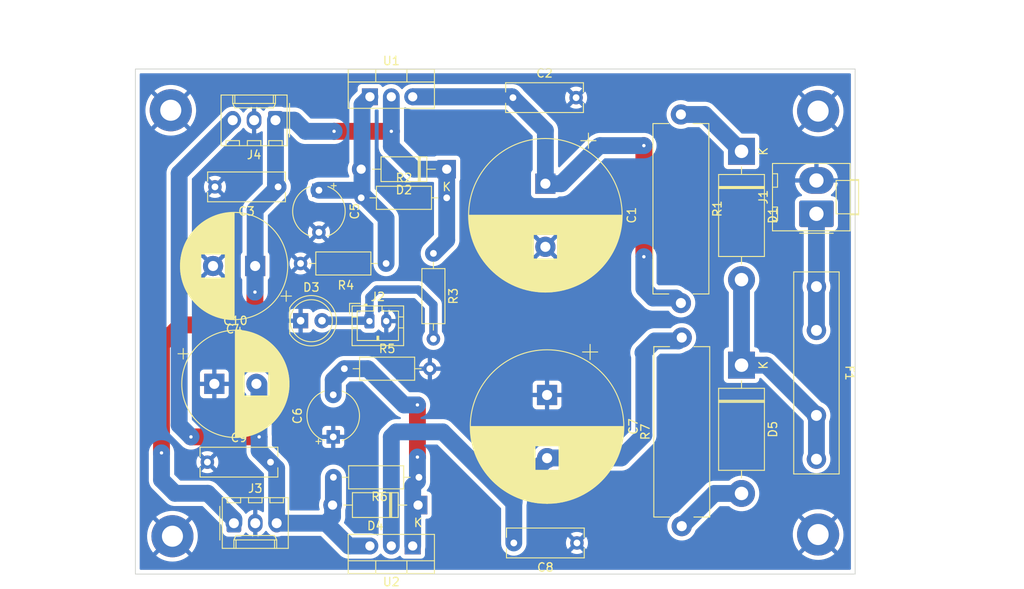
<source format=kicad_pcb>
(kicad_pcb (version 20211014) (generator pcbnew)
  (layers (0 "F.Cu" signal) (31 "B.Cu" signal) (36 "B.SilkS" user "B.Silkscreen") (37 "F.SilkS" user "F.Silkscreen") (38 "B.Mask" user) (39 "F.Mask" user) (44 "Edge.Cuts" user))
  (net 0 "")
  (net 1 "Net-(C1-Pad1)")
  (net 2 "GND")
  (net 3 "Net-(C3-Pad1)")
  (net 4 "Net-(C5-Pad1)")
  (net 5 "Net-(C6-Pad2)")
  (net 6 "Net-(C7-Pad2)")
  (net 7 "Net-(C10-Pad2)")
  (net 8 "Net-(D1-Pad1)")
  (net 9 "Net-(D1-Pad2)")
  (net 10 "Net-(D3-Pad2)")
  (net 11 "Net-(D5-Pad2)")
  (net 12 "Net-(F1-Pad1)")
  (footprint "Capacitor_THT:CP_Radial_D18.0mm_P7.50mm" (layer "F.Cu") (at 128 98.72222 -90)
    (fp_text reference "C7" (at 3.75 -10.25 90) (layer "F.SilkS"))
    (fp_text value "10000u")
    (pad "1" thru_hole rect (at 0 0 270) (size 2.4 2.4) (drill 1.2) (layers *.Cu *.Mask) (net 2 "GND"))
    (pad "2" thru_hole circle (at 7.5 0 270) (size 2.4 2.4) (drill 1.2) (layers *.Cu *.Mask) (net 6 "Net-(C7-Pad2)"))
  )
  (footprint "Resistor_THT:R_Axial_DIN0207_L6.3mm_D2.5mm_P10.16mm_Horizontal" (layer "F.Cu") (at 98.72 83.1)
    (fp_text reference "R4" (at 5.38 2.6) (layer "F.SilkS"))
    (fp_text value "1k8")
    (pad "1" thru_hole circle (at 0 0) (size 1.6 1.6) (drill 0.8) (layers *.Cu *.Mask) (net 2 "GND"))
    (pad "2" thru_hole oval (at 10.16 0) (size 1.6 1.6) (drill 0.8) (layers *.Cu *.Mask) (net 4 "Net-(C5-Pad1)"))
  )
  (footprint "Capacitor_THT:C_Rect_L9.0mm_W3.3mm_P7.50mm_MKT" (layer "F.Cu") (at 96.05 74 180)
    (fp_text reference "C3" (at 3.75 -2.9) (layer "F.SilkS"))
    (fp_text value "100n")
    (pad "1" thru_hole circle (at 0 0 180) (size 1.6 1.6) (drill 0.8) (layers *.Cu *.Mask) (net 3 "Net-(C3-Pad1)"))
    (pad "2" thru_hole circle (at 7.5 0 180) (size 1.6 1.6) (drill 0.8) (layers *.Cu *.Mask) (net 2 "GND"))
  )
  (footprint "Fuse:Fuseholder_Littelfuse_445_030_series_5x20mm" (layer "F.Cu") (at 160 85.85 -90)
    (fp_text reference "F1" (at 10.25 -3.95 -90 unlocked) (layer "F.SilkS"))
    (fp_text value "3A")
    (pad "1" thru_hole circle (at 0 0 270) (size 2.3 2.3) (drill 1.3) (layers *.Cu *.Mask) (net 12 "Net-(F1-Pad1)"))
    (pad "1" thru_hole circle (at 5.2 0 270) (size 2.3 2.3) (drill 1.3) (layers *.Cu *.Mask) (net 12 "Net-(F1-Pad1)"))
    (pad "2" thru_hole circle (at 15.3 0 270) (size 2.3 2.3) (drill 1.3) (layers *.Cu *.Mask) (net 9 "Net-(D1-Pad2)"))
    (pad "2" thru_hole circle (at 20.5 0 270) (size 2.3 2.3) (drill 1.3) (layers *.Cu *.Mask) (net 9 "Net-(D1-Pad2)"))
  )
  (footprint "Capacitor_THT:CP_Radial_Tantal_D6.0mm_P5.00mm" (layer "F.Cu") (at 100.9 74.4 -90)
    (fp_text reference "C5" (at 2.5 -4.25 90) (layer "F.SilkS"))
    (fp_text value "22u")
    (pad "1" thru_hole rect (at 0 0 270) (size 1.6 1.6) (drill 0.8) (layers *.Cu *.Mask) (net 4 "Net-(C5-Pad1)"))
    (pad "2" thru_hole circle (at 5 0 270) (size 1.6 1.6) (drill 0.8) (layers *.Cu *.Mask) (net 2 "GND"))
  )
  (footprint "Resistor_THT:R_Axial_DIN0207_L6.3mm_D2.5mm_P10.16mm_Horizontal" (layer "F.Cu") (at 102.62 108.5)
    (fp_text reference "R6" (at 5.48 2.3) (layer "F.SilkS"))
    (fp_text value "220")
    (pad "1" thru_hole circle (at 0 0) (size 1.6 1.6) (drill 0.8) (layers *.Cu *.Mask) (net 7 "Net-(C10-Pad2)"))
    (pad "2" thru_hole oval (at 10.16 0) (size 1.6 1.6) (drill 0.8) (layers *.Cu *.Mask) (net 5 "Net-(C6-Pad2)"))
  )
  (footprint "Resistor_THT:R_Axial_DIN0207_L6.3mm_D2.5mm_P10.16mm_Horizontal" (layer "F.Cu") (at 105.92 75.3)
    (fp_text reference "R2" (at 5.08 -2.37) (layer "F.SilkS"))
    (fp_text value "220")
    (pad "1" thru_hole circle (at 0 0) (size 1.6 1.6) (drill 0.8) (layers *.Cu *.Mask) (net 4 "Net-(C5-Pad1)"))
    (pad "2" thru_hole oval (at 10.16 0) (size 1.6 1.6) (drill 0.8) (layers *.Cu *.Mask) (net 3 "Net-(C3-Pad1)"))
  )
  (footprint "Capacitor_THT:CP_Radial_D12.5mm_P5.00mm" (layer "F.Cu") (at 93.323959 83.4 180)
    (fp_text reference "C4" (at 2.5 -7.5) (layer "F.SilkS"))
    (fp_text value "470u")
    (pad "1" thru_hole rect (at 0 0 180) (size 2.4 2.4) (drill 1.2) (layers *.Cu *.Mask) (net 3 "Net-(C3-Pad1)"))
    (pad "2" thru_hole circle (at 5 0 180) (size 2.4 2.4) (drill 1.2) (layers *.Cu *.Mask) (net 2 "GND"))
  )
  (footprint "Resistor_THT:R_Axial_Power_L20.0mm_W6.4mm_P22.40mm" (layer "F.Cu") (at 144 114.3 90)
    (fp_text reference "R7" (at 11.2 -4.32 90) (layer "F.SilkS"))
    (fp_text value "0.47 2W")
    (pad "1" thru_hole circle (at 0 0 90) (size 2.4 2.4) (drill 1.2) (layers *.Cu *.Mask) (net 11 "Net-(D5-Pad2)"))
    (pad "2" thru_hole oval (at 22.4 0 90) (size 2.4 2.4) (drill 1.2) (layers *.Cu *.Mask) (net 6 "Net-(C7-Pad2)"))
  )
  (footprint "Capacitor_THT:C_Rect_L9.0mm_W3.3mm_P7.50mm_MKT" (layer "F.Cu") (at 131.55 116.3 180)
    (fp_text reference "C8" (at 3.75 -2.9) (layer "F.SilkS"))
    (fp_text value "100n")
    (pad "1" thru_hole circle (at 0 0 180) (size 1.6 1.6) (drill 0.8) (layers *.Cu *.Mask) (net 2 "GND"))
    (pad "2" thru_hole circle (at 7.5 0 180) (size 1.6 1.6) (drill 0.8) (layers *.Cu *.Mask) (net 6 "Net-(C7-Pad2)"))
  )
  (footprint "MountingHole:MountingHole_2.5mm_Pad" (layer "F.Cu") (at 83.5 115.5)
    (fp_text reference "REF**" hide)
    (fp_text value "MountingHole_2.5mm_Pad")
    (pad "1" thru_hole circle (at 0 0) (size 5 5) (drill 2.5) (layers *.Cu *.Mask) (net 2 "GND"))
  )
  (footprint "Capacitor_THT:CP_Radial_Tantal_D6.0mm_P5.00mm" (layer "F.Cu") (at 102.6 103.7 90)
    (fp_text reference "C6" (at 2.5 -4.25 90) (layer "F.SilkS"))
    (fp_text value "22u")
    (pad "1" thru_hole rect (at 0 0 90) (size 1.6 1.6) (drill 0.8) (layers *.Cu *.Mask) (net 2 "GND"))
    (pad "2" thru_hole circle (at 5 0 90) (size 1.6 1.6) (drill 0.8) (layers *.Cu *.Mask) (net 5 "Net-(C6-Pad2)"))
  )
  (footprint "Resistor_THT:R_Axial_DIN0207_L6.3mm_D2.5mm_P10.16mm_Horizontal" (layer "F.Cu") (at 103.92 95.6)
    (fp_text reference "R5" (at 5.08 -2.37) (layer "F.SilkS"))
    (fp_text value "1k8")
    (pad "1" thru_hole circle (at 0 0) (size 1.6 1.6) (drill 0.8) (layers *.Cu *.Mask) (net 5 "Net-(C6-Pad2)"))
    (pad "2" thru_hole oval (at 10.16 0) (size 1.6 1.6) (drill 0.8) (layers *.Cu *.Mask) (net 2 "GND"))
  )
  (footprint "Resistor_THT:R_Axial_DIN0207_L6.3mm_D2.5mm_P10.16mm_Horizontal" (layer "F.Cu") (at 114.5 81.9 -90)
    (fp_text reference "R3" (at 5.08 -2.37 90) (layer "F.SilkS"))
    (fp_text value "2k2")
    (pad "1" thru_hole circle (at 0 0 270) (size 1.6 1.6) (drill 0.8) (layers *.Cu *.Mask) (net 3 "Net-(C3-Pad1)"))
    (pad "2" thru_hole oval (at 10.16 0 270) (size 1.6 1.6) (drill 0.8) (layers *.Cu *.Mask) (net 10 "Net-(D3-Pad2)"))
  )
  (footprint "Connector_Molex:Molex_KK-396_A-41791-0002_1x02_P3.96mm_Vertical" (layer "F.Cu") (at 160 77.2 90)
    (fp_text reference "J1" (at 1.98 -6.31 90) (layer "F.SilkS"))
    (fp_text value "Conn_01x02_Female")
    (pad "1" thru_hole roundrect (at 0 0 90) (size 3.16 4.1) (drill 1.7) (layers *.Cu *.Mask) (roundrect_rratio 0.079114) (net 12 "Net-(F1-Pad1)"))
    (pad "2" thru_hole oval (at 3.96 0 90) (size 3.16 4.1) (drill 1.7) (layers *.Cu *.Mask) (net 2 "GND"))
  )
  (footprint "Resistor_THT:R_Axial_Power_L20.0mm_W6.4mm_P22.40mm" (layer "F.Cu") (at 143.9 65.4 -90)
    (fp_text reference "R1" (at 11.2 -4.32 90) (layer "F.SilkS"))
    (fp_text value "0.47 2W")
    (pad "1" thru_hole circle (at 0 0 270) (size 2.4 2.4) (drill 1.2) (layers *.Cu *.Mask) (net 8 "Net-(D1-Pad1)"))
    (pad "2" thru_hole oval (at 22.4 0 270) (size 2.4 2.4) (drill 1.2) (layers *.Cu *.Mask) (net 1 "Net-(C1-Pad1)"))
  )
  (footprint "Connector_Molex:Molex_KK-254_AE-6410-03A_1x03_P2.54mm_Vertical" (layer "F.Cu") (at 90.8 113.95)
    (fp_text reference "J3" (at 2.54 -4.12) (layer "F.SilkS"))
    (fp_text value "Conn_01x03_Female")
    (pad "1" thru_hole roundrect (at 0 0) (size 1.74 2.19) (drill 1.19) (layers *.Cu *.Mask) (roundrect_rratio 0.1436781609) (net 3 "Net-(C3-Pad1)"))
    (pad "2" thru_hole oval (at 2.54 0) (size 1.74 2.19) (drill 1.19) (layers *.Cu *.Mask) (net 2 "GND"))
    (pad "3" thru_hole oval (at 5.08 0) (size 1.74 2.19) (drill 1.19) (layers *.Cu *.Mask) (net 7 "Net-(C10-Pad2)"))
  )
  (footprint "Diode_THT:D_DO-41_SOD81_P10.16mm_Horizontal" (layer "F.Cu") (at 112.68 111.8 180)
    (fp_text reference "D4" (at 5.08 -2.47) (layer "F.SilkS"))
    (fp_text value "1N4007")
    (fp_text user "K" (at 0 -2.1) (layer "F.SilkS"))
    (pad "1" thru_hole rect (at 0 0 180) (size 2.2 2.2) (drill 1.1) (layers *.Cu *.Mask) (net 5 "Net-(C6-Pad2)"))
    (pad "2" thru_hole oval (at 10.16 0 180) (size 2.2 2.2) (drill 1.1) (layers *.Cu *.Mask) (net 7 "Net-(C10-Pad2)"))
  )
  (footprint "Capacitor_THT:CP_Radial_D18.0mm_P7.50mm" (layer "F.Cu") (at 127.8 73.62222 -90)
    (fp_text reference "C1" (at 3.75 -10.25 90) (layer "F.SilkS"))
    (fp_text value "10000u")
    (pad "1" thru_hole rect (at 0 0 270) (size 2.4 2.4) (drill 1.2) (layers *.Cu *.Mask) (net 1 "Net-(C1-Pad1)"))
    (pad "2" thru_hole circle (at 7.5 0 270) (size 2.4 2.4) (drill 1.2) (layers *.Cu *.Mask) (net 2 "GND"))
  )
  (footprint "Diode_THT:D_DO-201AD_P15.24mm_Horizontal" (layer "F.Cu") (at 151.1 95.18 -90)
    (fp_text reference "D5" (at 7.62 -3.72 90) (layer "F.SilkS"))
    (fp_text value "1N5408")
    (fp_text user "K" (at 0 -2.6 90) (layer "F.SilkS"))
    (pad "1" thru_hole rect (at 0 0 270) (size 3.2 3.2) (drill 1.6) (layers *.Cu *.Mask) (net 9 "Net-(D1-Pad2)"))
    (pad "2" thru_hole oval (at 15.24 0 270) (size 3.2 3.2) (drill 1.6) (layers *.Cu *.Mask) (net 11 "Net-(D5-Pad2)"))
  )
  (footprint "Diode_THT:D_DO-41_SOD81_P10.16mm_Horizontal" (layer "F.Cu") (at 116.08 71.9 180)
    (fp_text reference "D2" (at 5.08 -2.47) (layer "F.SilkS"))
    (fp_text value "1N4007")
    (fp_text user "K" (at 0 -2.1) (layer "F.SilkS"))
    (pad "1" thru_hole rect (at 0 0 180) (size 2.2 2.2) (drill 1.1) (layers *.Cu *.Mask) (net 3 "Net-(C3-Pad1)"))
    (pad "2" thru_hole oval (at 10.16 0 180) (size 2.2 2.2) (drill 1.1) (layers *.Cu *.Mask) (net 4 "Net-(C5-Pad1)"))
  )
  (footprint "Diode_THT:D_DO-201AD_P15.24mm_Horizontal" (layer "F.Cu") (at 151.1 69.78 -90)
    (fp_text reference "D1" (at 7.62 -3.72 90) (layer "F.SilkS"))
    (fp_text value "1N5408")
    (fp_text user "K" (at 0 -2.6 90) (layer "F.SilkS"))
    (pad "1" thru_hole rect (at 0 0 270) (size 3.2 3.2) (drill 1.6) (layers *.Cu *.Mask) (net 8 "Net-(D1-Pad1)"))
    (pad "2" thru_hole oval (at 15.24 0 270) (size 3.2 3.2) (drill 1.6) (layers *.Cu *.Mask) (net 9 "Net-(D1-Pad2)"))
  )
  (footprint "LED_THT:LED_D5.0mm" (layer "F.Cu") (at 98.725 89.9)
    (fp_text reference "D3" (at 1.27 -3.96) (layer "F.SilkS"))
    (fp_text value "Green")
    (pad "1" thru_hole rect (at 0 0) (size 1.8 1.8) (drill 0.9) (layers *.Cu *.Mask) (net 2 "GND"))
    (pad "2" thru_hole circle (at 2.54 0) (size 1.8 1.8) (drill 0.9) (layers *.Cu *.Mask) (net 10 "Net-(D3-Pad2)"))
  )
  (footprint "Capacitor_THT:CP_Radial_D12.5mm_P5.00mm" (layer "F.Cu") (at 88.476041 97.4)
    (fp_text reference "C10" (at 2.5 -7.5) (layer "F.SilkS"))
    (fp_text value "470u")
    (pad "1" thru_hole rect (at 0 0) (size 2.4 2.4) (drill 1.2) (layers *.Cu *.Mask) (net 2 "GND"))
    (pad "2" thru_hole circle (at 5 0) (size 2.4 2.4) (drill 1.2) (layers *.Cu *.Mask) (net 7 "Net-(C10-Pad2)"))
  )
  (footprint "Capacitor_THT:C_Rect_L9.0mm_W3.3mm_P7.50mm_MKT" (layer "F.Cu") (at 87.65 106.7)
    (fp_text reference "C9" (at 3.75 -2.9) (layer "F.SilkS"))
    (fp_text value "100n")
    (pad "1" thru_hole circle (at 0 0) (size 1.6 1.6) (drill 0.8) (layers *.Cu *.Mask) (net 2 "GND"))
    (pad "2" thru_hole circle (at 7.5 0) (size 1.6 1.6) (drill 0.8) (layers *.Cu *.Mask) (net 7 "Net-(C10-Pad2)"))
  )
  (footprint "MountingHole:MountingHole_2.5mm_Pad" (layer "F.Cu") (at 83.3 64.9)
    (fp_text reference "REF**" hide)
    (fp_text value "MountingHole_2.5mm_Pad")
    (pad "1" thru_hole circle (at 0 0) (size 5 5) (drill 2.5) (layers *.Cu *.Mask) (net 2 "GND"))
  )
  (footprint "Capacitor_THT:C_Rect_L9.0mm_W3.3mm_P7.50mm_MKT" (layer "F.Cu") (at 123.95 63.4)
    (fp_text reference "C2" (at 3.75 -2.9) (layer "F.SilkS"))
    (fp_text value "100n")
    (pad "1" thru_hole circle (at 0 0) (size 1.6 1.6) (drill 0.8) (layers *.Cu *.Mask) (net 1 "Net-(C1-Pad1)"))
    (pad "2" thru_hole circle (at 7.5 0) (size 1.6 1.6) (drill 0.8) (layers *.Cu *.Mask) (net 2 "GND"))
  )
  (footprint "Connector_JST:JST_PH_B2B-PH-K_1x02_P2.00mm_Vertical" (layer "F.Cu") (at 106.9 89.95)
    (fp_text reference "J2" (at 1 -2.9) (layer "F.SilkS"))
    (fp_text value "Conn_01x02_Female")
    (pad "1" thru_hole roundrect (at 0 0) (size 1.2 1.75) (drill 0.75) (layers *.Cu *.Mask) (roundrect_rratio 0.2083333333) (net 10 "Net-(D3-Pad2)"))
    (pad "2" thru_hole oval (at 2 0) (size 1.2 1.75) (drill 0.75) (layers *.Cu *.Mask) (net 2 "GND"))
  )
  (footprint "Package_TO_SOT_THT:TO-220-3_Vertical" (layer "F.Cu") (at 106.96 63.3)
    (fp_text reference "U1" (at 2.54 -4.27) (layer "F.SilkS"))
    (fp_text value "LM317_TO-220")
    (pad "1" thru_hole rect (at 0 0) (size 1.905 2) (drill 1.1) (layers *.Cu *.Mask) (net 4 "Net-(C5-Pad1)"))
    (pad "2" thru_hole oval (at 2.54 0) (size 1.905 2) (drill 1.1) (layers *.Cu *.Mask) (net 3 "Net-(C3-Pad1)"))
    (pad "3" thru_hole oval (at 5.08 0) (size 1.905 2) (drill 1.1) (layers *.Cu *.Mask) (net 1 "Net-(C1-Pad1)"))
  )
  (footprint "MountingHole:MountingHole_2.5mm_Pad" (layer "F.Cu") (at 160.2 65)
    (fp_text reference "REF**" hide)
    (fp_text value "MountingHole_2.5mm_Pad")
    (pad "1" thru_hole circle (at 0 0) (size 5 5) (drill 2.5) (layers *.Cu *.Mask) (net 2 "GND"))
  )
  (footprint "Connector_Molex:Molex_KK-254_AE-6410-03A_1x03_P2.54mm_Vertical" (layer "F.Cu") (at 95.74 66.08 180)
    (fp_text reference "J4" (at 2.54 -4.12) (layer "F.SilkS"))
    (fp_text value "Conn_01x03_Female")
    (pad "1" thru_hole roundrect (at 0 0 180) (size 1.74 2.19) (drill 1.19) (layers *.Cu *.Mask) (roundrect_rratio 0.1436781609) (net 3 "Net-(C3-Pad1)"))
    (pad "2" thru_hole oval (at 2.54 0 180) (size 1.74 2.19) (drill 1.19) (layers *.Cu *.Mask) (net 2 "GND"))
    (pad "3" thru_hole oval (at 5.08 0 180) (size 1.74 2.19) (drill 1.19) (layers *.Cu *.Mask) (net 7 "Net-(C10-Pad2)"))
  )
  (footprint "Package_TO_SOT_THT:TO-220-3_Vertical" (layer "F.Cu") (at 112.04 116.655 180)
    (fp_text reference "U2" (at 2.54 -4.27) (layer "F.SilkS"))
    (fp_text value "LM337_TO220")
    (pad "1" thru_hole rect (at 0 0 180) (size 1.905 2) (drill 1.1) (layers *.Cu *.Mask) (net 5 "Net-(C6-Pad2)"))
    (pad "2" thru_hole oval (at 2.54 0 180) (size 1.905 2) (drill 1.1) (layers *.Cu *.Mask) (net 6 "Net-(C7-Pad2)"))
    (pad "3" thru_hole oval (at 5.08 0 180) (size 1.905 2) (drill 1.1) (layers *.Cu *.Mask) (net 7 "Net-(C10-Pad2)"))
  )
  (footprint "MountingHole:MountingHole_2.5mm_Pad" (layer "F.Cu") (at 160.2 115.3)
    (fp_text reference "REF**" hide)
    (fp_text value "MountingHole_2.5mm_Pad")
    (pad "1" thru_hole circle (at 0 0) (size 5 5) (drill 2.5) (layers *.Cu *.Mask) (net 2 "GND"))
  )
  (gr_rect (start 79.1 60) (end 164.6 120) (layer "Edge.Cuts") (width 0.1) (fill none))
  (segment (start 139.5 82.3) (end 139.5 69.1) (width 2) (layer "F.Cu") (net 1))
  (via (at 139.5 69.1) (size 2) (drill 0.4) (layers "F.Cu" "B.Cu") (net 1))
  (via (at 139.5 82.3) (size 2) (drill 0.4) (layers "F.Cu" "B.Cu") (net 1))
  (segment (start 123.85 63.3) (end 123.95 63.4) (width 2) (layer "B.Cu") (net 1))
  (segment (start 127.8 67.3) (end 123.8 63.3) (width 2) (layer "B.Cu") (net 1))
  (segment (start 123.8 63.3) (end 112.04 63.3) (width 2) (layer "B.Cu") (net 1))
  (segment (start 127.8 73.62222) (end 127.8 67.3) (width 2) (layer "B.Cu") (net 1))
  (segment (start 139.5 69.1) (end 134.3 69.1) (width 2) (layer "B.Cu") (net 1))
  (segment (start 134.1 69.2) (end 129.67778 73.62222) (width 2) (layer "B.Cu") (net 1))
  (segment (start 134.2 69.2) (end 134.1 69.2) (width 2) (layer "B.Cu") (net 1))
  (segment (start 112.04 63.3) (end 123.85 63.3) (width 2) (layer "B.Cu") (net 1))
  (segment (start 129.67778 73.62222) (end 127.8 73.62222) (width 2) (layer "B.Cu") (net 1))
  (segment (start 143.9 87.8) (end 143.3 87.2) (width 2) (layer "B.Cu") (net 1))
  (segment (start 140.6 87.2) (end 139.5 86.1) (width 2) (layer "B.Cu") (net 1))
  (segment (start 134.3 69.1) (end 134.2 69.2) (width 2) (layer "B.Cu") (net 1))
  (segment (start 139.5 82.3) (end 139.5 86) (width 2) (layer "B.Cu") (net 1))
  (segment (start 143.3 87.2) (end 140.6 87.2) (width 2) (layer "B.Cu") (net 1))
  (segment (start 84.5 90.4) (end 91.9 90.4) (width 2) (layer "F.Cu") (net 3))
  (segment (start 82.2 92.7) (end 84.5 90.4) (width 2) (layer "F.Cu") (net 3))
  (segment (start 91.9 90.4) (end 93.3 89) (width 2) (layer "F.Cu") (net 3))
  (segment (start 82.2 105.6) (end 82.2 92.7) (width 2) (layer "F.Cu") (net 3))
  (segment (start 93.3 89) (end 93.3 86.5) (width 2) (layer "F.Cu") (net 3))
  (segment (start 102.7 67.4) (end 109.5 67.4) (width 2) (layer "F.Cu") (net 3))
  (via (at 102.7 67.4) (size 2) (drill 0.4) (layers "F.Cu" "B.Cu") (net 3))
  (via (at 93.3 86.5) (size 2) (drill 0.4) (layers "F.Cu" "B.Cu") (net 3))
  (via (at 109.5 67.4) (size 2) (drill 0.4) (layers "F.Cu" "B.Cu") (net 3))
  (via (at 82.2 105.6) (size 2) (drill 0.4) (layers "F.Cu" "B.Cu") (net 3))
  (segment (start 109.5 67.4) (end 109.5 63.3) (width 2) (layer "B.Cu") (net 3))
  (segment (start 83.8 110.4) (end 87.7 110.4) (width 2) (layer "B.Cu") (net 3))
  (segment (start 109.5 69.2) (end 112.2 71.9) (width 2) (layer "B.Cu") (net 3))
  (segment (start 93.3 83.423959) (end 93.323959 83.4) (width 2) (layer "B.Cu") (net 3))
  (segment (start 93.323959 86.476041) (end 93.323959 76.726041) (width 2) (layer "B.Cu") (net 3))
  (segment (start 93.3 86.5) (end 93.323959 86.476041) (width 2) (layer "B.Cu") (net 3))
  (segment (start 102.7 67.4) (end 99.3 67.4) (width 2) (layer "B.Cu") (net 3))
  (segment (start 116.08 80.32) (end 114.5 81.9) (width 2) (layer "B.Cu") (net 3))
  (segment (start 87.7 110.4) (end 90.8 113.5) (width 2) (layer "B.Cu") (net 3))
  (segment (start 95.74 73.69) (end 96.05 74) (width 2) (layer "B.Cu") (net 3))
  (segment (start 99.3 67.4) (end 97.98 66.08) (width 2) (layer "B.Cu") (net 3))
  (segment (start 82.2 105.6) (end 82.2 108.8) (width 2) (layer "B.Cu") (net 3))
  (segment (start 109.5 67.4) (end 109.5 69.2) (width 2) (layer "B.Cu") (net 3))
  (segment (start 93.3 86.5) (end 93.3 83.423959) (width 2) (layer "B.Cu") (net 3))
  (segment (start 95.74 66.08) (end 95.74 73.69) (width 2) (layer "B.Cu") (net 3))
  (segment (start 93.323959 76.726041) (end 96.05 74) (width 2) (layer "B.Cu") (net 3))
  (segment (start 112.2 71.9) (end 116.08 71.9) (width 2) (layer "B.Cu") (net 3))
  (segment (start 116.08 71.9) (end 116.08 80.32) (width 2) (layer "B.Cu") (net 3))
  (segment (start 97.98 66.08) (end 95.74 66.08) (width 2) (layer "B.Cu") (net 3))
  (segment (start 82.2 108.8) (end 83.8 110.4) (width 2) (layer "B.Cu") (net 3))
  (segment (start 90.8 113.5) (end 90.8 113.95) (width 2) (layer "B.Cu") (net 3))
  (segment (start 106.02 64.24) (end 106.96 63.3) (width 2) (layer "B.Cu") (net 4))
  (segment (start 100.9 74.4) (end 105.54 74.4) (width 2) (layer "B.Cu") (net 4))
  (segment (start 108.88 83.1) (end 108.88 77.74) (width 2) (layer "B.Cu") (net 4))
  (segment (start 105.54 74.4) (end 106.02 74.88) (width 2) (layer "B.Cu") (net 4))
  (segment (start 106.02 74.88) (end 106.02 64.24) (width 2) (layer "B.Cu") (net 4))
  (segment (start 108.88 77.74) (end 106.02 74.88) (width 2) (layer "B.Cu") (net 4))
  (segment (start 112.6 99.9) (end 112.6 106.1) (width 2) (layer "F.Cu") (net 5))
  (via (at 112.6 106.1) (size 2) (drill 0.4) (layers "F.Cu" "B.Cu") (net 5))
  (via (at 112.6 99.9) (size 2) (drill 0.4) (layers "F.Cu" "B.Cu") (net 5))
  (segment (start 112.6 106.1) (end 112.6 108.98) (width 2) (layer "B.Cu") (net 5))
  (segment (start 112.6 108.98) (end 112.04 109.54) (width 2) (layer "B.Cu") (net 5))
  (segment (start 112.04 109.54) (end 112.04 116.655) (width 2) (layer "B.Cu") (net 5))
  (segment (start 106.7 95.6) (end 103.92 95.6) (width 2) (layer "B.Cu") (net 5))
  (segment (start 102.6 96.92) (end 102.6 98.7) (width 2) (layer "B.Cu") (net 5))
  (segment (start 112.6 99.9) (end 111 99.9) (width 2) (layer "B.Cu") (net 5))
  (segment (start 111 99.9) (end 106.7 95.6) (width 2) (layer "B.Cu") (net 5))
  (segment (start 103.92 95.6) (end 102.6 96.92) (width 2) (layer "B.Cu") (net 5))
  (segment (start 124.1 111.4) (end 124.1 110.2) (width 2) (layer "B.Cu") (net 6))
  (segment (start 109.5 103.7) (end 110.1 103.1) (width 2) (layer "B.Cu") (net 6))
  (segment (start 124.05 116.3) (end 124.05 111.55) (width 2) (layer "B.Cu") (net 6))
  (segment (start 143.6 92.3) (end 144 91.9) (width 2) (layer "B.Cu") (net 6))
  (segment (start 139.5 93.8) (end 139.4 93.7) (width 2) (layer "B.Cu") (net 6))
  (segment (start 124.05 111.55) (end 115.6 103.1) (width 2) (layer "B.Cu") (net 6))
  (segment (start 109.5 116.655) (end 109.5 103.7) (width 2) (layer "B.Cu") (net 6))
  (segment (start 136.8 106.2) (end 136.9 106.1) (width 2) (layer "B.Cu") (net 6))
  (segment (start 110.1 103.1) (end 115.1 103.1) (width 2) (layer "B.Cu") (net 6))
  (segment (start 139.4 93.7) (end 140.8 92.3) (width 2) (layer "B.Cu") (net 6))
  (segment (start 115.6 103.1) (end 115.2 103.1) (width 2) (layer "B.Cu") (net 6))
  (segment (start 139.5 103.5) (end 139.5 93.8) (width 2) (layer "B.Cu") (net 6))
  (segment (start 124.1 110.2) (end 128.1 106.2) (width 2) (layer "B.Cu") (net 6))
  (segment (start 140.8 92.3) (end 143.6 92.3) (width 2) (layer "B.Cu") (net 6))
  (segment (start 136.7 106.1) (end 136.9 106.1) (width 2) (layer "B.Cu") (net 6))
  (segment (start 128.1 106.2) (end 136.8 106.2) (width 2) (layer "B.Cu") (net 6))
  (segment (start 136.9 106.1) (end 139.5 103.5) (width 2) (layer "B.Cu") (net 6))
  (segment (start 85.7 103.7) (end 93.8 103.7) (width 2) (layer "F.Cu") (net 7))
  (via (at 85.7 103.7) (size 2) (drill 0.4) (layers "F.Cu" "B.Cu") (net 7))
  (via (at 93.8 103.7) (size 2) (drill 0.4) (layers "F.Cu" "B.Cu") (net 7))
  (segment (start 93.8 105.35) (end 95.15 106.7) (width 2) (layer "B.Cu") (net 7))
  (segment (start 102.52 111.8) (end 102.52 113.18) (width 2) (layer "B.Cu") (net 7))
  (segment (start 84.3 102.3) (end 84.3 72.4) (width 2) (layer "B.Cu") (net 7))
  (segment (start 104.455 116.655) (end 106.96 116.655) (width 2) (layer "B.Cu") (net 7))
  (segment (start 95.88 113.95) (end 101.75 113.95) (width 2) (layer "B.Cu") (net 7))
  (segment (start 84.3 72.4) (end 90.62 66.08) (width 2) (layer "B.Cu") (net 7))
  (segment (start 102.62 111.7) (end 102.52 111.8) (width 2) (layer "B.Cu") (net 7))
  (segment (start 93.8 103.7) (end 93.8 105.35) (width 2) (layer "B.Cu") (net 7))
  (segment (start 85.7 103.7) (end 84.3 102.3) (width 2) (layer "B.Cu") (net 7))
  (segment (start 101.75 113.95) (end 104.455 116.655) (width 2) (layer "B.Cu") (net 7))
  (segment (start 95.88 107.43) (end 95.15 106.7) (width 2) (layer "B.Cu") (net 7))
  (segment (start 102.52 113.18) (end 101.75 113.95) (width 2) (layer "B.Cu") (net 7))
  (segment (start 93.8 103.7) (end 93.776041 103.676041) (width 2) (layer "B.Cu") (net 7))
  (segment (start 95.88 113.95) (end 95.88 107.43) (width 2) (layer "B.Cu") (net 7))
  (segment (start 93.776041 103.676041) (end 93.776041 97.4) (width 2) (layer "B.Cu") (net 7))
  (segment (start 90.62 66.08) (end 90.66 66.08) (width 2) (layer "B.Cu") (net 7))
  (segment (start 102.62 108.5) (end 102.62 111.7) (width 2) (layer "B.Cu") (net 7))
  (segment (start 146.72 65.4) (end 151.1 69.78) (width 2) (layer "B.Cu") (net 8))
  (segment (start 143.9 65.4) (end 146.72 65.4) (width 2) (layer "B.Cu") (net 8))
  (segment (start 160 106.35) (end 160 101.15) (width 2) (layer "B.Cu") (net 9))
  (segment (start 151.1 95.18) (end 154.03 95.18) (width 2) (layer "B.Cu") (net 9))
  (segment (start 154.03 95.18) (end 160 101.15) (width 2) (layer "B.Cu") (net 9))
  (segment (start 151.1 85.02) (end 151.1 95.18) (width 2) (layer "B.Cu") (net 9))
  (segment (start 107.8 86.2) (end 112.7 86.2) (width 1) (layer "B.Cu") (net 10))
  (segment (start 112.7 86.2) (end 114.5 88) (width 1) (layer "B.Cu") (net 10))
  (segment (start 106.85 89.9) (end 106.9 89.95) (width 1) (layer "B.Cu") (net 10))
  (segment (start 114.5 88) (end 114.5 92.06) (width 1) (layer "B.Cu") (net 10))
  (segment (start 106.9 89.95) (end 106.9 87.1) (width 1) (layer "B.Cu") (net 10))
  (segment (start 106.9 87.1) (end 107.8 86.2) (width 1) (layer "B.Cu") (net 10))
  (segment (start 101.265 89.9) (end 106.85 89.9) (width 1) (layer "B.Cu") (net 10))
  (segment (start 147.88 110.42) (end 144 114.3) (width 2) (layer "B.Cu") (net 11))
  (segment (start 151.1 110.42) (end 147.88 110.42) (width 2) (layer "B.Cu") (net 11))
  (segment (start 160 77.2) (end 160 85.85) (width 2) (layer "B.Cu") (net 12))
  (segment (start 160 91.05) (end 160 85.85) (width 2) (layer "B.Cu") (net 12))
  (zone (net 2) (net_name "GND") (layer "B.Cu") (connect_pads (clearance 0.508)) (min_thickness 0.254) (fill yes (thermal_gap 0.508) (thermal_bridge_width 0.508) (smoothing chamfer))
    (polygon (pts (xy 165.2 120.6) (xy 78.7 120.3) (xy 78.7 59.5) (xy 165.3 59.5)))
  )
)
</source>
